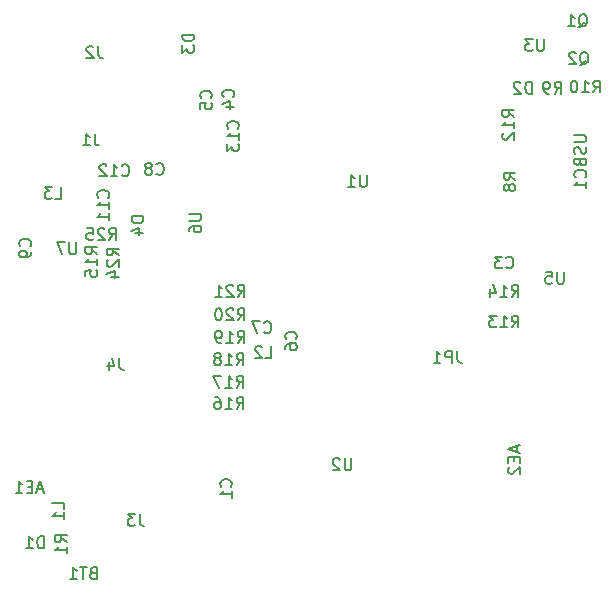
<source format=gbr>
%TF.GenerationSoftware,KiCad,Pcbnew,(6.0.0)*%
%TF.CreationDate,2022-09-29T22:13:06+02:00*%
%TF.ProjectId,bobbycar-lora-can-ethernet,626f6262-7963-4617-922d-6c6f72612d63,rev?*%
%TF.SameCoordinates,Original*%
%TF.FileFunction,Legend,Bot*%
%TF.FilePolarity,Positive*%
%FSLAX46Y46*%
G04 Gerber Fmt 4.6, Leading zero omitted, Abs format (unit mm)*
G04 Created by KiCad (PCBNEW (6.0.0)) date 2022-09-29 22:13:06*
%MOMM*%
%LPD*%
G01*
G04 APERTURE LIST*
%ADD10C,0.150000*%
G04 APERTURE END LIST*
D10*
%TO.C,L3*%
X3566666Y-16952380D02*
X4042857Y-16952380D01*
X4042857Y-15952380D01*
X3328571Y-15952380D02*
X2709523Y-15952380D01*
X3042857Y-16333333D01*
X2900000Y-16333333D01*
X2804761Y-16380952D01*
X2757142Y-16428571D01*
X2709523Y-16523809D01*
X2709523Y-16761904D01*
X2757142Y-16857142D01*
X2804761Y-16904761D01*
X2900000Y-16952380D01*
X3185714Y-16952380D01*
X3280952Y-16904761D01*
X3328571Y-16857142D01*
%TO.C,C11*%
X8057142Y-16857142D02*
X8104761Y-16809523D01*
X8152380Y-16666666D01*
X8152380Y-16571428D01*
X8104761Y-16428571D01*
X8009523Y-16333333D01*
X7914285Y-16285714D01*
X7723809Y-16238095D01*
X7580952Y-16238095D01*
X7390476Y-16285714D01*
X7295238Y-16333333D01*
X7200000Y-16428571D01*
X7152380Y-16571428D01*
X7152380Y-16666666D01*
X7200000Y-16809523D01*
X7247619Y-16857142D01*
X8152380Y-17809523D02*
X8152380Y-17238095D01*
X8152380Y-17523809D02*
X7152380Y-17523809D01*
X7295238Y-17428571D01*
X7390476Y-17333333D01*
X7438095Y-17238095D01*
X8152380Y-18761904D02*
X8152380Y-18190476D01*
X8152380Y-18476190D02*
X7152380Y-18476190D01*
X7295238Y-18380952D01*
X7390476Y-18285714D01*
X7438095Y-18190476D01*
%TO.C,D1*%
X2638095Y-46552380D02*
X2638095Y-45552380D01*
X2400000Y-45552380D01*
X2257142Y-45600000D01*
X2161904Y-45695238D01*
X2114285Y-45790476D01*
X2066666Y-45980952D01*
X2066666Y-46123809D01*
X2114285Y-46314285D01*
X2161904Y-46409523D01*
X2257142Y-46504761D01*
X2400000Y-46552380D01*
X2638095Y-46552380D01*
X1114285Y-46552380D02*
X1685714Y-46552380D01*
X1400000Y-46552380D02*
X1400000Y-45552380D01*
X1495238Y-45695238D01*
X1590476Y-45790476D01*
X1685714Y-45838095D01*
%TO.C,R14*%
X42242857Y-25252380D02*
X42576190Y-24776190D01*
X42814285Y-25252380D02*
X42814285Y-24252380D01*
X42433333Y-24252380D01*
X42338095Y-24300000D01*
X42290476Y-24347619D01*
X42242857Y-24442857D01*
X42242857Y-24585714D01*
X42290476Y-24680952D01*
X42338095Y-24728571D01*
X42433333Y-24776190D01*
X42814285Y-24776190D01*
X41290476Y-25252380D02*
X41861904Y-25252380D01*
X41576190Y-25252380D02*
X41576190Y-24252380D01*
X41671428Y-24395238D01*
X41766666Y-24490476D01*
X41861904Y-24538095D01*
X40433333Y-24585714D02*
X40433333Y-25252380D01*
X40671428Y-24204761D02*
X40909523Y-24919047D01*
X40290476Y-24919047D01*
%TO.C,R9*%
X45866666Y-8052380D02*
X46200000Y-7576190D01*
X46438095Y-8052380D02*
X46438095Y-7052380D01*
X46057142Y-7052380D01*
X45961904Y-7100000D01*
X45914285Y-7147619D01*
X45866666Y-7242857D01*
X45866666Y-7385714D01*
X45914285Y-7480952D01*
X45961904Y-7528571D01*
X46057142Y-7576190D01*
X46438095Y-7576190D01*
X45390476Y-8052380D02*
X45200000Y-8052380D01*
X45104761Y-8004761D01*
X45057142Y-7957142D01*
X44961904Y-7814285D01*
X44914285Y-7623809D01*
X44914285Y-7242857D01*
X44961904Y-7147619D01*
X45009523Y-7100000D01*
X45104761Y-7052380D01*
X45295238Y-7052380D01*
X45390476Y-7100000D01*
X45438095Y-7147619D01*
X45485714Y-7242857D01*
X45485714Y-7480952D01*
X45438095Y-7576190D01*
X45390476Y-7623809D01*
X45295238Y-7671428D01*
X45104761Y-7671428D01*
X45009523Y-7623809D01*
X44961904Y-7576190D01*
X44914285Y-7480952D01*
%TO.C,U5*%
X46661904Y-23152380D02*
X46661904Y-23961904D01*
X46614285Y-24057142D01*
X46566666Y-24104761D01*
X46471428Y-24152380D01*
X46280952Y-24152380D01*
X46185714Y-24104761D01*
X46138095Y-24057142D01*
X46090476Y-23961904D01*
X46090476Y-23152380D01*
X45138095Y-23152380D02*
X45614285Y-23152380D01*
X45661904Y-23628571D01*
X45614285Y-23580952D01*
X45519047Y-23533333D01*
X45280952Y-23533333D01*
X45185714Y-23580952D01*
X45138095Y-23628571D01*
X45090476Y-23723809D01*
X45090476Y-23961904D01*
X45138095Y-24057142D01*
X45185714Y-24104761D01*
X45280952Y-24152380D01*
X45519047Y-24152380D01*
X45614285Y-24104761D01*
X45661904Y-24057142D01*
%TO.C,C9*%
X1457142Y-20983333D02*
X1504761Y-20935714D01*
X1552380Y-20792857D01*
X1552380Y-20697619D01*
X1504761Y-20554761D01*
X1409523Y-20459523D01*
X1314285Y-20411904D01*
X1123809Y-20364285D01*
X980952Y-20364285D01*
X790476Y-20411904D01*
X695238Y-20459523D01*
X600000Y-20554761D01*
X552380Y-20697619D01*
X552380Y-20792857D01*
X600000Y-20935714D01*
X647619Y-20983333D01*
X1552380Y-21459523D02*
X1552380Y-21650000D01*
X1504761Y-21745238D01*
X1457142Y-21792857D01*
X1314285Y-21888095D01*
X1123809Y-21935714D01*
X742857Y-21935714D01*
X647619Y-21888095D01*
X600000Y-21840476D01*
X552380Y-21745238D01*
X552380Y-21554761D01*
X600000Y-21459523D01*
X647619Y-21411904D01*
X742857Y-21364285D01*
X980952Y-21364285D01*
X1076190Y-21411904D01*
X1123809Y-21459523D01*
X1171428Y-21554761D01*
X1171428Y-21745238D01*
X1123809Y-21840476D01*
X1076190Y-21888095D01*
X980952Y-21935714D01*
%TO.C,BT1*%
X6785714Y-48628571D02*
X6642857Y-48676190D01*
X6595238Y-48723809D01*
X6547619Y-48819047D01*
X6547619Y-48961904D01*
X6595238Y-49057142D01*
X6642857Y-49104761D01*
X6738095Y-49152380D01*
X7119047Y-49152380D01*
X7119047Y-48152380D01*
X6785714Y-48152380D01*
X6690476Y-48200000D01*
X6642857Y-48247619D01*
X6595238Y-48342857D01*
X6595238Y-48438095D01*
X6642857Y-48533333D01*
X6690476Y-48580952D01*
X6785714Y-48628571D01*
X7119047Y-48628571D01*
X6261904Y-48152380D02*
X5690476Y-48152380D01*
X5976190Y-49152380D02*
X5976190Y-48152380D01*
X4833333Y-49152380D02*
X5404761Y-49152380D01*
X5119047Y-49152380D02*
X5119047Y-48152380D01*
X5214285Y-48295238D01*
X5309523Y-48390476D01*
X5404761Y-48438095D01*
%TO.C,U2*%
X28661904Y-38952380D02*
X28661904Y-39761904D01*
X28614285Y-39857142D01*
X28566666Y-39904761D01*
X28471428Y-39952380D01*
X28280952Y-39952380D01*
X28185714Y-39904761D01*
X28138095Y-39857142D01*
X28090476Y-39761904D01*
X28090476Y-38952380D01*
X27661904Y-39047619D02*
X27614285Y-39000000D01*
X27519047Y-38952380D01*
X27280952Y-38952380D01*
X27185714Y-39000000D01*
X27138095Y-39047619D01*
X27090476Y-39142857D01*
X27090476Y-39238095D01*
X27138095Y-39380952D01*
X27709523Y-39952380D01*
X27090476Y-39952380D01*
%TO.C,R21*%
X19042857Y-25252380D02*
X19376190Y-24776190D01*
X19614285Y-25252380D02*
X19614285Y-24252380D01*
X19233333Y-24252380D01*
X19138095Y-24300000D01*
X19090476Y-24347619D01*
X19042857Y-24442857D01*
X19042857Y-24585714D01*
X19090476Y-24680952D01*
X19138095Y-24728571D01*
X19233333Y-24776190D01*
X19614285Y-24776190D01*
X18661904Y-24347619D02*
X18614285Y-24300000D01*
X18519047Y-24252380D01*
X18280952Y-24252380D01*
X18185714Y-24300000D01*
X18138095Y-24347619D01*
X18090476Y-24442857D01*
X18090476Y-24538095D01*
X18138095Y-24680952D01*
X18709523Y-25252380D01*
X18090476Y-25252380D01*
X17138095Y-25252380D02*
X17709523Y-25252380D01*
X17423809Y-25252380D02*
X17423809Y-24252380D01*
X17519047Y-24395238D01*
X17614285Y-24490476D01*
X17709523Y-24538095D01*
%TO.C,D3*%
X15352380Y-3061904D02*
X14352380Y-3061904D01*
X14352380Y-3300000D01*
X14400000Y-3442857D01*
X14495238Y-3538095D01*
X14590476Y-3585714D01*
X14780952Y-3633333D01*
X14923809Y-3633333D01*
X15114285Y-3585714D01*
X15209523Y-3538095D01*
X15304761Y-3442857D01*
X15352380Y-3300000D01*
X15352380Y-3061904D01*
X14352380Y-3966666D02*
X14352380Y-4585714D01*
X14733333Y-4252380D01*
X14733333Y-4395238D01*
X14780952Y-4490476D01*
X14828571Y-4538095D01*
X14923809Y-4585714D01*
X15161904Y-4585714D01*
X15257142Y-4538095D01*
X15304761Y-4490476D01*
X15352380Y-4395238D01*
X15352380Y-4109523D01*
X15304761Y-4014285D01*
X15257142Y-3966666D01*
%TO.C,C4*%
X18657142Y-8333333D02*
X18704761Y-8285714D01*
X18752380Y-8142857D01*
X18752380Y-8047619D01*
X18704761Y-7904761D01*
X18609523Y-7809523D01*
X18514285Y-7761904D01*
X18323809Y-7714285D01*
X18180952Y-7714285D01*
X17990476Y-7761904D01*
X17895238Y-7809523D01*
X17800000Y-7904761D01*
X17752380Y-8047619D01*
X17752380Y-8142857D01*
X17800000Y-8285714D01*
X17847619Y-8333333D01*
X18085714Y-9190476D02*
X18752380Y-9190476D01*
X17704761Y-8952380D02*
X18419047Y-8714285D01*
X18419047Y-9333333D01*
%TO.C,L2*%
X21366666Y-30452380D02*
X21842857Y-30452380D01*
X21842857Y-29452380D01*
X21080952Y-29547619D02*
X21033333Y-29500000D01*
X20938095Y-29452380D01*
X20700000Y-29452380D01*
X20604761Y-29500000D01*
X20557142Y-29547619D01*
X20509523Y-29642857D01*
X20509523Y-29738095D01*
X20557142Y-29880952D01*
X21128571Y-30452380D01*
X20509523Y-30452380D01*
%TO.C,R10*%
X49142857Y-7952380D02*
X49476190Y-7476190D01*
X49714285Y-7952380D02*
X49714285Y-6952380D01*
X49333333Y-6952380D01*
X49238095Y-7000000D01*
X49190476Y-7047619D01*
X49142857Y-7142857D01*
X49142857Y-7285714D01*
X49190476Y-7380952D01*
X49238095Y-7428571D01*
X49333333Y-7476190D01*
X49714285Y-7476190D01*
X48190476Y-7952380D02*
X48761904Y-7952380D01*
X48476190Y-7952380D02*
X48476190Y-6952380D01*
X48571428Y-7095238D01*
X48666666Y-7190476D01*
X48761904Y-7238095D01*
X47571428Y-6952380D02*
X47476190Y-6952380D01*
X47380952Y-7000000D01*
X47333333Y-7047619D01*
X47285714Y-7142857D01*
X47238095Y-7333333D01*
X47238095Y-7571428D01*
X47285714Y-7761904D01*
X47333333Y-7857142D01*
X47380952Y-7904761D01*
X47476190Y-7952380D01*
X47571428Y-7952380D01*
X47666666Y-7904761D01*
X47714285Y-7857142D01*
X47761904Y-7761904D01*
X47809523Y-7571428D01*
X47809523Y-7333333D01*
X47761904Y-7142857D01*
X47714285Y-7047619D01*
X47666666Y-7000000D01*
X47571428Y-6952380D01*
%TO.C,U1*%
X29961904Y-14952380D02*
X29961904Y-15761904D01*
X29914285Y-15857142D01*
X29866666Y-15904761D01*
X29771428Y-15952380D01*
X29580952Y-15952380D01*
X29485714Y-15904761D01*
X29438095Y-15857142D01*
X29390476Y-15761904D01*
X29390476Y-14952380D01*
X28390476Y-15952380D02*
X28961904Y-15952380D01*
X28676190Y-15952380D02*
X28676190Y-14952380D01*
X28771428Y-15095238D01*
X28866666Y-15190476D01*
X28961904Y-15238095D01*
%TO.C,U6*%
X14952380Y-18238095D02*
X15761904Y-18238095D01*
X15857142Y-18285714D01*
X15904761Y-18333333D01*
X15952380Y-18428571D01*
X15952380Y-18619047D01*
X15904761Y-18714285D01*
X15857142Y-18761904D01*
X15761904Y-18809523D01*
X14952380Y-18809523D01*
X14952380Y-19714285D02*
X14952380Y-19523809D01*
X15000000Y-19428571D01*
X15047619Y-19380952D01*
X15190476Y-19285714D01*
X15380952Y-19238095D01*
X15761904Y-19238095D01*
X15857142Y-19285714D01*
X15904761Y-19333333D01*
X15952380Y-19428571D01*
X15952380Y-19619047D01*
X15904761Y-19714285D01*
X15857142Y-19761904D01*
X15761904Y-19809523D01*
X15523809Y-19809523D01*
X15428571Y-19761904D01*
X15380952Y-19714285D01*
X15333333Y-19619047D01*
X15333333Y-19428571D01*
X15380952Y-19333333D01*
X15428571Y-19285714D01*
X15523809Y-19238095D01*
%TO.C,C5*%
X16757142Y-8433333D02*
X16804761Y-8385714D01*
X16852380Y-8242857D01*
X16852380Y-8147619D01*
X16804761Y-8004761D01*
X16709523Y-7909523D01*
X16614285Y-7861904D01*
X16423809Y-7814285D01*
X16280952Y-7814285D01*
X16090476Y-7861904D01*
X15995238Y-7909523D01*
X15900000Y-8004761D01*
X15852380Y-8147619D01*
X15852380Y-8242857D01*
X15900000Y-8385714D01*
X15947619Y-8433333D01*
X15852380Y-9338095D02*
X15852380Y-8861904D01*
X16328571Y-8814285D01*
X16280952Y-8861904D01*
X16233333Y-8957142D01*
X16233333Y-9195238D01*
X16280952Y-9290476D01*
X16328571Y-9338095D01*
X16423809Y-9385714D01*
X16661904Y-9385714D01*
X16757142Y-9338095D01*
X16804761Y-9290476D01*
X16852380Y-9195238D01*
X16852380Y-8957142D01*
X16804761Y-8861904D01*
X16757142Y-8814285D01*
%TO.C,R25*%
X8142857Y-20452380D02*
X8476190Y-19976190D01*
X8714285Y-20452380D02*
X8714285Y-19452380D01*
X8333333Y-19452380D01*
X8238095Y-19500000D01*
X8190476Y-19547619D01*
X8142857Y-19642857D01*
X8142857Y-19785714D01*
X8190476Y-19880952D01*
X8238095Y-19928571D01*
X8333333Y-19976190D01*
X8714285Y-19976190D01*
X7761904Y-19547619D02*
X7714285Y-19500000D01*
X7619047Y-19452380D01*
X7380952Y-19452380D01*
X7285714Y-19500000D01*
X7238095Y-19547619D01*
X7190476Y-19642857D01*
X7190476Y-19738095D01*
X7238095Y-19880952D01*
X7809523Y-20452380D01*
X7190476Y-20452380D01*
X6285714Y-19452380D02*
X6761904Y-19452380D01*
X6809523Y-19928571D01*
X6761904Y-19880952D01*
X6666666Y-19833333D01*
X6428571Y-19833333D01*
X6333333Y-19880952D01*
X6285714Y-19928571D01*
X6238095Y-20023809D01*
X6238095Y-20261904D01*
X6285714Y-20357142D01*
X6333333Y-20404761D01*
X6428571Y-20452380D01*
X6666666Y-20452380D01*
X6761904Y-20404761D01*
X6809523Y-20357142D01*
%TO.C,R16*%
X18942857Y-34752380D02*
X19276190Y-34276190D01*
X19514285Y-34752380D02*
X19514285Y-33752380D01*
X19133333Y-33752380D01*
X19038095Y-33800000D01*
X18990476Y-33847619D01*
X18942857Y-33942857D01*
X18942857Y-34085714D01*
X18990476Y-34180952D01*
X19038095Y-34228571D01*
X19133333Y-34276190D01*
X19514285Y-34276190D01*
X17990476Y-34752380D02*
X18561904Y-34752380D01*
X18276190Y-34752380D02*
X18276190Y-33752380D01*
X18371428Y-33895238D01*
X18466666Y-33990476D01*
X18561904Y-34038095D01*
X17133333Y-33752380D02*
X17323809Y-33752380D01*
X17419047Y-33800000D01*
X17466666Y-33847619D01*
X17561904Y-33990476D01*
X17609523Y-34180952D01*
X17609523Y-34561904D01*
X17561904Y-34657142D01*
X17514285Y-34704761D01*
X17419047Y-34752380D01*
X17228571Y-34752380D01*
X17133333Y-34704761D01*
X17085714Y-34657142D01*
X17038095Y-34561904D01*
X17038095Y-34323809D01*
X17085714Y-34228571D01*
X17133333Y-34180952D01*
X17228571Y-34133333D01*
X17419047Y-34133333D01*
X17514285Y-34180952D01*
X17561904Y-34228571D01*
X17609523Y-34323809D01*
%TO.C,R8*%
X42552380Y-15333333D02*
X42076190Y-15000000D01*
X42552380Y-14761904D02*
X41552380Y-14761904D01*
X41552380Y-15142857D01*
X41600000Y-15238095D01*
X41647619Y-15285714D01*
X41742857Y-15333333D01*
X41885714Y-15333333D01*
X41980952Y-15285714D01*
X42028571Y-15238095D01*
X42076190Y-15142857D01*
X42076190Y-14761904D01*
X41980952Y-15904761D02*
X41933333Y-15809523D01*
X41885714Y-15761904D01*
X41790476Y-15714285D01*
X41742857Y-15714285D01*
X41647619Y-15761904D01*
X41600000Y-15809523D01*
X41552380Y-15904761D01*
X41552380Y-16095238D01*
X41600000Y-16190476D01*
X41647619Y-16238095D01*
X41742857Y-16285714D01*
X41790476Y-16285714D01*
X41885714Y-16238095D01*
X41933333Y-16190476D01*
X41980952Y-16095238D01*
X41980952Y-15904761D01*
X42028571Y-15809523D01*
X42076190Y-15761904D01*
X42171428Y-15714285D01*
X42361904Y-15714285D01*
X42457142Y-15761904D01*
X42504761Y-15809523D01*
X42552380Y-15904761D01*
X42552380Y-16095238D01*
X42504761Y-16190476D01*
X42457142Y-16238095D01*
X42361904Y-16285714D01*
X42171428Y-16285714D01*
X42076190Y-16238095D01*
X42028571Y-16190476D01*
X41980952Y-16095238D01*
%TO.C,R13*%
X42242857Y-27852380D02*
X42576190Y-27376190D01*
X42814285Y-27852380D02*
X42814285Y-26852380D01*
X42433333Y-26852380D01*
X42338095Y-26900000D01*
X42290476Y-26947619D01*
X42242857Y-27042857D01*
X42242857Y-27185714D01*
X42290476Y-27280952D01*
X42338095Y-27328571D01*
X42433333Y-27376190D01*
X42814285Y-27376190D01*
X41290476Y-27852380D02*
X41861904Y-27852380D01*
X41576190Y-27852380D02*
X41576190Y-26852380D01*
X41671428Y-26995238D01*
X41766666Y-27090476D01*
X41861904Y-27138095D01*
X40957142Y-26852380D02*
X40338095Y-26852380D01*
X40671428Y-27233333D01*
X40528571Y-27233333D01*
X40433333Y-27280952D01*
X40385714Y-27328571D01*
X40338095Y-27423809D01*
X40338095Y-27661904D01*
X40385714Y-27757142D01*
X40433333Y-27804761D01*
X40528571Y-27852380D01*
X40814285Y-27852380D01*
X40909523Y-27804761D01*
X40957142Y-27757142D01*
%TO.C,C1*%
X18457142Y-41333333D02*
X18504761Y-41285714D01*
X18552380Y-41142857D01*
X18552380Y-41047619D01*
X18504761Y-40904761D01*
X18409523Y-40809523D01*
X18314285Y-40761904D01*
X18123809Y-40714285D01*
X17980952Y-40714285D01*
X17790476Y-40761904D01*
X17695238Y-40809523D01*
X17600000Y-40904761D01*
X17552380Y-41047619D01*
X17552380Y-41142857D01*
X17600000Y-41285714D01*
X17647619Y-41333333D01*
X18552380Y-42285714D02*
X18552380Y-41714285D01*
X18552380Y-42000000D02*
X17552380Y-42000000D01*
X17695238Y-41904761D01*
X17790476Y-41809523D01*
X17838095Y-41714285D01*
%TO.C,R15*%
X7152380Y-21657142D02*
X6676190Y-21323809D01*
X7152380Y-21085714D02*
X6152380Y-21085714D01*
X6152380Y-21466666D01*
X6200000Y-21561904D01*
X6247619Y-21609523D01*
X6342857Y-21657142D01*
X6485714Y-21657142D01*
X6580952Y-21609523D01*
X6628571Y-21561904D01*
X6676190Y-21466666D01*
X6676190Y-21085714D01*
X7152380Y-22609523D02*
X7152380Y-22038095D01*
X7152380Y-22323809D02*
X6152380Y-22323809D01*
X6295238Y-22228571D01*
X6390476Y-22133333D01*
X6438095Y-22038095D01*
X6152380Y-23514285D02*
X6152380Y-23038095D01*
X6628571Y-22990476D01*
X6580952Y-23038095D01*
X6533333Y-23133333D01*
X6533333Y-23371428D01*
X6580952Y-23466666D01*
X6628571Y-23514285D01*
X6723809Y-23561904D01*
X6961904Y-23561904D01*
X7057142Y-23514285D01*
X7104761Y-23466666D01*
X7152380Y-23371428D01*
X7152380Y-23133333D01*
X7104761Y-23038095D01*
X7057142Y-22990476D01*
%TO.C,D2*%
X43938095Y-8052380D02*
X43938095Y-7052380D01*
X43700000Y-7052380D01*
X43557142Y-7100000D01*
X43461904Y-7195238D01*
X43414285Y-7290476D01*
X43366666Y-7480952D01*
X43366666Y-7623809D01*
X43414285Y-7814285D01*
X43461904Y-7909523D01*
X43557142Y-8004761D01*
X43700000Y-8052380D01*
X43938095Y-8052380D01*
X42985714Y-7147619D02*
X42938095Y-7100000D01*
X42842857Y-7052380D01*
X42604761Y-7052380D01*
X42509523Y-7100000D01*
X42461904Y-7147619D01*
X42414285Y-7242857D01*
X42414285Y-7338095D01*
X42461904Y-7480952D01*
X43033333Y-8052380D01*
X42414285Y-8052380D01*
%TO.C,R12*%
X42452380Y-10057142D02*
X41976190Y-9723809D01*
X42452380Y-9485714D02*
X41452380Y-9485714D01*
X41452380Y-9866666D01*
X41500000Y-9961904D01*
X41547619Y-10009523D01*
X41642857Y-10057142D01*
X41785714Y-10057142D01*
X41880952Y-10009523D01*
X41928571Y-9961904D01*
X41976190Y-9866666D01*
X41976190Y-9485714D01*
X42452380Y-11009523D02*
X42452380Y-10438095D01*
X42452380Y-10723809D02*
X41452380Y-10723809D01*
X41595238Y-10628571D01*
X41690476Y-10533333D01*
X41738095Y-10438095D01*
X41547619Y-11390476D02*
X41500000Y-11438095D01*
X41452380Y-11533333D01*
X41452380Y-11771428D01*
X41500000Y-11866666D01*
X41547619Y-11914285D01*
X41642857Y-11961904D01*
X41738095Y-11961904D01*
X41880952Y-11914285D01*
X42452380Y-11342857D01*
X42452380Y-11961904D01*
%TO.C,J3*%
X10733333Y-43652380D02*
X10733333Y-44366666D01*
X10780952Y-44509523D01*
X10876190Y-44604761D01*
X11019047Y-44652380D01*
X11114285Y-44652380D01*
X10352380Y-43652380D02*
X9733333Y-43652380D01*
X10066666Y-44033333D01*
X9923809Y-44033333D01*
X9828571Y-44080952D01*
X9780952Y-44128571D01*
X9733333Y-44223809D01*
X9733333Y-44461904D01*
X9780952Y-44557142D01*
X9828571Y-44604761D01*
X9923809Y-44652380D01*
X10209523Y-44652380D01*
X10304761Y-44604761D01*
X10352380Y-44557142D01*
%TO.C,R18*%
X18942857Y-31052380D02*
X19276190Y-30576190D01*
X19514285Y-31052380D02*
X19514285Y-30052380D01*
X19133333Y-30052380D01*
X19038095Y-30100000D01*
X18990476Y-30147619D01*
X18942857Y-30242857D01*
X18942857Y-30385714D01*
X18990476Y-30480952D01*
X19038095Y-30528571D01*
X19133333Y-30576190D01*
X19514285Y-30576190D01*
X17990476Y-31052380D02*
X18561904Y-31052380D01*
X18276190Y-31052380D02*
X18276190Y-30052380D01*
X18371428Y-30195238D01*
X18466666Y-30290476D01*
X18561904Y-30338095D01*
X17419047Y-30480952D02*
X17514285Y-30433333D01*
X17561904Y-30385714D01*
X17609523Y-30290476D01*
X17609523Y-30242857D01*
X17561904Y-30147619D01*
X17514285Y-30100000D01*
X17419047Y-30052380D01*
X17228571Y-30052380D01*
X17133333Y-30100000D01*
X17085714Y-30147619D01*
X17038095Y-30242857D01*
X17038095Y-30290476D01*
X17085714Y-30385714D01*
X17133333Y-30433333D01*
X17228571Y-30480952D01*
X17419047Y-30480952D01*
X17514285Y-30528571D01*
X17561904Y-30576190D01*
X17609523Y-30671428D01*
X17609523Y-30861904D01*
X17561904Y-30957142D01*
X17514285Y-31004761D01*
X17419047Y-31052380D01*
X17228571Y-31052380D01*
X17133333Y-31004761D01*
X17085714Y-30957142D01*
X17038095Y-30861904D01*
X17038095Y-30671428D01*
X17085714Y-30576190D01*
X17133333Y-30528571D01*
X17228571Y-30480952D01*
%TO.C,J2*%
X7233333Y-4052380D02*
X7233333Y-4766666D01*
X7280952Y-4909523D01*
X7376190Y-5004761D01*
X7519047Y-5052380D01*
X7614285Y-5052380D01*
X6804761Y-4147619D02*
X6757142Y-4100000D01*
X6661904Y-4052380D01*
X6423809Y-4052380D01*
X6328571Y-4100000D01*
X6280952Y-4147619D01*
X6233333Y-4242857D01*
X6233333Y-4338095D01*
X6280952Y-4480952D01*
X6852380Y-5052380D01*
X6233333Y-5052380D01*
%TO.C,U7*%
X5361904Y-20652380D02*
X5361904Y-21461904D01*
X5314285Y-21557142D01*
X5266666Y-21604761D01*
X5171428Y-21652380D01*
X4980952Y-21652380D01*
X4885714Y-21604761D01*
X4838095Y-21557142D01*
X4790476Y-21461904D01*
X4790476Y-20652380D01*
X4409523Y-20652380D02*
X3742857Y-20652380D01*
X4171428Y-21652380D01*
%TO.C,C3*%
X41766666Y-22757142D02*
X41814285Y-22804761D01*
X41957142Y-22852380D01*
X42052380Y-22852380D01*
X42195238Y-22804761D01*
X42290476Y-22709523D01*
X42338095Y-22614285D01*
X42385714Y-22423809D01*
X42385714Y-22280952D01*
X42338095Y-22090476D01*
X42290476Y-21995238D01*
X42195238Y-21900000D01*
X42052380Y-21852380D01*
X41957142Y-21852380D01*
X41814285Y-21900000D01*
X41766666Y-21947619D01*
X41433333Y-21852380D02*
X40814285Y-21852380D01*
X41147619Y-22233333D01*
X41004761Y-22233333D01*
X40909523Y-22280952D01*
X40861904Y-22328571D01*
X40814285Y-22423809D01*
X40814285Y-22661904D01*
X40861904Y-22757142D01*
X40909523Y-22804761D01*
X41004761Y-22852380D01*
X41290476Y-22852380D01*
X41385714Y-22804761D01*
X41433333Y-22757142D01*
%TO.C,AE1*%
X2566666Y-41566666D02*
X2090476Y-41566666D01*
X2661904Y-41852380D02*
X2328571Y-40852380D01*
X1995238Y-41852380D01*
X1661904Y-41328571D02*
X1328571Y-41328571D01*
X1185714Y-41852380D02*
X1661904Y-41852380D01*
X1661904Y-40852380D01*
X1185714Y-40852380D01*
X233333Y-41852380D02*
X804761Y-41852380D01*
X519047Y-41852380D02*
X519047Y-40852380D01*
X614285Y-40995238D01*
X709523Y-41090476D01*
X804761Y-41138095D01*
%TO.C,R19*%
X19042857Y-29152380D02*
X19376190Y-28676190D01*
X19614285Y-29152380D02*
X19614285Y-28152380D01*
X19233333Y-28152380D01*
X19138095Y-28200000D01*
X19090476Y-28247619D01*
X19042857Y-28342857D01*
X19042857Y-28485714D01*
X19090476Y-28580952D01*
X19138095Y-28628571D01*
X19233333Y-28676190D01*
X19614285Y-28676190D01*
X18090476Y-29152380D02*
X18661904Y-29152380D01*
X18376190Y-29152380D02*
X18376190Y-28152380D01*
X18471428Y-28295238D01*
X18566666Y-28390476D01*
X18661904Y-28438095D01*
X17614285Y-29152380D02*
X17423809Y-29152380D01*
X17328571Y-29104761D01*
X17280952Y-29057142D01*
X17185714Y-28914285D01*
X17138095Y-28723809D01*
X17138095Y-28342857D01*
X17185714Y-28247619D01*
X17233333Y-28200000D01*
X17328571Y-28152380D01*
X17519047Y-28152380D01*
X17614285Y-28200000D01*
X17661904Y-28247619D01*
X17709523Y-28342857D01*
X17709523Y-28580952D01*
X17661904Y-28676190D01*
X17614285Y-28723809D01*
X17519047Y-28771428D01*
X17328571Y-28771428D01*
X17233333Y-28723809D01*
X17185714Y-28676190D01*
X17138095Y-28580952D01*
%TO.C,D4*%
X11052380Y-18461904D02*
X10052380Y-18461904D01*
X10052380Y-18700000D01*
X10100000Y-18842857D01*
X10195238Y-18938095D01*
X10290476Y-18985714D01*
X10480952Y-19033333D01*
X10623809Y-19033333D01*
X10814285Y-18985714D01*
X10909523Y-18938095D01*
X11004761Y-18842857D01*
X11052380Y-18700000D01*
X11052380Y-18461904D01*
X10385714Y-19890476D02*
X11052380Y-19890476D01*
X10004761Y-19652380D02*
X10719047Y-19414285D01*
X10719047Y-20033333D01*
%TO.C,JP1*%
X37633333Y-29852380D02*
X37633333Y-30566666D01*
X37680952Y-30709523D01*
X37776190Y-30804761D01*
X37919047Y-30852380D01*
X38014285Y-30852380D01*
X37157142Y-30852380D02*
X37157142Y-29852380D01*
X36776190Y-29852380D01*
X36680952Y-29900000D01*
X36633333Y-29947619D01*
X36585714Y-30042857D01*
X36585714Y-30185714D01*
X36633333Y-30280952D01*
X36680952Y-30328571D01*
X36776190Y-30376190D01*
X37157142Y-30376190D01*
X35633333Y-30852380D02*
X36204761Y-30852380D01*
X35919047Y-30852380D02*
X35919047Y-29852380D01*
X36014285Y-29995238D01*
X36109523Y-30090476D01*
X36204761Y-30138095D01*
%TO.C,C13*%
X19057142Y-11016562D02*
X19104761Y-10968943D01*
X19152380Y-10826086D01*
X19152380Y-10730848D01*
X19104761Y-10587991D01*
X19009523Y-10492753D01*
X18914285Y-10445134D01*
X18723809Y-10397515D01*
X18580952Y-10397515D01*
X18390476Y-10445134D01*
X18295238Y-10492753D01*
X18200000Y-10587991D01*
X18152380Y-10730848D01*
X18152380Y-10826086D01*
X18200000Y-10968943D01*
X18247619Y-11016562D01*
X19152380Y-11968943D02*
X19152380Y-11397515D01*
X19152380Y-11683229D02*
X18152380Y-11683229D01*
X18295238Y-11587991D01*
X18390476Y-11492753D01*
X18438095Y-11397515D01*
X18152380Y-12302277D02*
X18152380Y-12921324D01*
X18533333Y-12587991D01*
X18533333Y-12730848D01*
X18580952Y-12826086D01*
X18628571Y-12873705D01*
X18723809Y-12921324D01*
X18961904Y-12921324D01*
X19057142Y-12873705D01*
X19104761Y-12826086D01*
X19152380Y-12730848D01*
X19152380Y-12445134D01*
X19104761Y-12349896D01*
X19057142Y-12302277D01*
%TO.C,J4*%
X9033333Y-30452380D02*
X9033333Y-31166666D01*
X9080952Y-31309523D01*
X9176190Y-31404761D01*
X9319047Y-31452380D01*
X9414285Y-31452380D01*
X8128571Y-30785714D02*
X8128571Y-31452380D01*
X8366666Y-30404761D02*
X8604761Y-31119047D01*
X7985714Y-31119047D01*
%TO.C,R17*%
X18942857Y-32952380D02*
X19276190Y-32476190D01*
X19514285Y-32952380D02*
X19514285Y-31952380D01*
X19133333Y-31952380D01*
X19038095Y-32000000D01*
X18990476Y-32047619D01*
X18942857Y-32142857D01*
X18942857Y-32285714D01*
X18990476Y-32380952D01*
X19038095Y-32428571D01*
X19133333Y-32476190D01*
X19514285Y-32476190D01*
X17990476Y-32952380D02*
X18561904Y-32952380D01*
X18276190Y-32952380D02*
X18276190Y-31952380D01*
X18371428Y-32095238D01*
X18466666Y-32190476D01*
X18561904Y-32238095D01*
X17657142Y-31952380D02*
X16990476Y-31952380D01*
X17419047Y-32952380D01*
%TO.C,J1*%
X6933333Y-11452380D02*
X6933333Y-12166666D01*
X6980952Y-12309523D01*
X7076190Y-12404761D01*
X7219047Y-12452380D01*
X7314285Y-12452380D01*
X5933333Y-12452380D02*
X6504761Y-12452380D01*
X6219047Y-12452380D02*
X6219047Y-11452380D01*
X6314285Y-11595238D01*
X6409523Y-11690476D01*
X6504761Y-11738095D01*
%TO.C,C6*%
X23957142Y-28833333D02*
X24004761Y-28785714D01*
X24052380Y-28642857D01*
X24052380Y-28547619D01*
X24004761Y-28404761D01*
X23909523Y-28309523D01*
X23814285Y-28261904D01*
X23623809Y-28214285D01*
X23480952Y-28214285D01*
X23290476Y-28261904D01*
X23195238Y-28309523D01*
X23100000Y-28404761D01*
X23052380Y-28547619D01*
X23052380Y-28642857D01*
X23100000Y-28785714D01*
X23147619Y-28833333D01*
X23052380Y-29690476D02*
X23052380Y-29500000D01*
X23100000Y-29404761D01*
X23147619Y-29357142D01*
X23290476Y-29261904D01*
X23480952Y-29214285D01*
X23861904Y-29214285D01*
X23957142Y-29261904D01*
X24004761Y-29309523D01*
X24052380Y-29404761D01*
X24052380Y-29595238D01*
X24004761Y-29690476D01*
X23957142Y-29738095D01*
X23861904Y-29785714D01*
X23623809Y-29785714D01*
X23528571Y-29738095D01*
X23480952Y-29690476D01*
X23433333Y-29595238D01*
X23433333Y-29404761D01*
X23480952Y-29309523D01*
X23528571Y-29261904D01*
X23623809Y-29214285D01*
%TO.C,AE2*%
X42666666Y-37933333D02*
X42666666Y-38409523D01*
X42952380Y-37838095D02*
X41952380Y-38171428D01*
X42952380Y-38504761D01*
X42428571Y-38838095D02*
X42428571Y-39171428D01*
X42952380Y-39314285D02*
X42952380Y-38838095D01*
X41952380Y-38838095D01*
X41952380Y-39314285D01*
X42047619Y-39695238D02*
X42000000Y-39742857D01*
X41952380Y-39838095D01*
X41952380Y-40076190D01*
X42000000Y-40171428D01*
X42047619Y-40219047D01*
X42142857Y-40266666D01*
X42238095Y-40266666D01*
X42380952Y-40219047D01*
X42952380Y-39647619D01*
X42952380Y-40266666D01*
%TO.C,R1*%
X4552380Y-46033333D02*
X4076190Y-45700000D01*
X4552380Y-45461904D02*
X3552380Y-45461904D01*
X3552380Y-45842857D01*
X3600000Y-45938095D01*
X3647619Y-45985714D01*
X3742857Y-46033333D01*
X3885714Y-46033333D01*
X3980952Y-45985714D01*
X4028571Y-45938095D01*
X4076190Y-45842857D01*
X4076190Y-45461904D01*
X4552380Y-46985714D02*
X4552380Y-46414285D01*
X4552380Y-46700000D02*
X3552380Y-46700000D01*
X3695238Y-46604761D01*
X3790476Y-46509523D01*
X3838095Y-46414285D01*
%TO.C,Q2*%
X47995238Y-5647619D02*
X48090476Y-5600000D01*
X48185714Y-5504761D01*
X48328571Y-5361904D01*
X48423809Y-5314285D01*
X48519047Y-5314285D01*
X48471428Y-5552380D02*
X48566666Y-5504761D01*
X48661904Y-5409523D01*
X48709523Y-5219047D01*
X48709523Y-4885714D01*
X48661904Y-4695238D01*
X48566666Y-4600000D01*
X48471428Y-4552380D01*
X48280952Y-4552380D01*
X48185714Y-4600000D01*
X48090476Y-4695238D01*
X48042857Y-4885714D01*
X48042857Y-5219047D01*
X48090476Y-5409523D01*
X48185714Y-5504761D01*
X48280952Y-5552380D01*
X48471428Y-5552380D01*
X47661904Y-4647619D02*
X47614285Y-4600000D01*
X47519047Y-4552380D01*
X47280952Y-4552380D01*
X47185714Y-4600000D01*
X47138095Y-4647619D01*
X47090476Y-4742857D01*
X47090476Y-4838095D01*
X47138095Y-4980952D01*
X47709523Y-5552380D01*
X47090476Y-5552380D01*
%TO.C,L1*%
X4352380Y-43233333D02*
X4352380Y-42757142D01*
X3352380Y-42757142D01*
X4352380Y-44090476D02*
X4352380Y-43519047D01*
X4352380Y-43804761D02*
X3352380Y-43804761D01*
X3495238Y-43709523D01*
X3590476Y-43614285D01*
X3638095Y-43519047D01*
%TO.C,Q1*%
X47895238Y-2447619D02*
X47990476Y-2400000D01*
X48085714Y-2304761D01*
X48228571Y-2161904D01*
X48323809Y-2114285D01*
X48419047Y-2114285D01*
X48371428Y-2352380D02*
X48466666Y-2304761D01*
X48561904Y-2209523D01*
X48609523Y-2019047D01*
X48609523Y-1685714D01*
X48561904Y-1495238D01*
X48466666Y-1400000D01*
X48371428Y-1352380D01*
X48180952Y-1352380D01*
X48085714Y-1400000D01*
X47990476Y-1495238D01*
X47942857Y-1685714D01*
X47942857Y-2019047D01*
X47990476Y-2209523D01*
X48085714Y-2304761D01*
X48180952Y-2352380D01*
X48371428Y-2352380D01*
X46990476Y-2352380D02*
X47561904Y-2352380D01*
X47276190Y-2352380D02*
X47276190Y-1352380D01*
X47371428Y-1495238D01*
X47466666Y-1590476D01*
X47561904Y-1638095D01*
%TO.C,C12*%
X9242857Y-14957142D02*
X9290476Y-15004761D01*
X9433333Y-15052380D01*
X9528571Y-15052380D01*
X9671428Y-15004761D01*
X9766666Y-14909523D01*
X9814285Y-14814285D01*
X9861904Y-14623809D01*
X9861904Y-14480952D01*
X9814285Y-14290476D01*
X9766666Y-14195238D01*
X9671428Y-14100000D01*
X9528571Y-14052380D01*
X9433333Y-14052380D01*
X9290476Y-14100000D01*
X9242857Y-14147619D01*
X8290476Y-15052380D02*
X8861904Y-15052380D01*
X8576190Y-15052380D02*
X8576190Y-14052380D01*
X8671428Y-14195238D01*
X8766666Y-14290476D01*
X8861904Y-14338095D01*
X7909523Y-14147619D02*
X7861904Y-14100000D01*
X7766666Y-14052380D01*
X7528571Y-14052380D01*
X7433333Y-14100000D01*
X7385714Y-14147619D01*
X7338095Y-14242857D01*
X7338095Y-14338095D01*
X7385714Y-14480952D01*
X7957142Y-15052380D01*
X7338095Y-15052380D01*
%TO.C,R24*%
X8952380Y-21757142D02*
X8476190Y-21423809D01*
X8952380Y-21185714D02*
X7952380Y-21185714D01*
X7952380Y-21566666D01*
X8000000Y-21661904D01*
X8047619Y-21709523D01*
X8142857Y-21757142D01*
X8285714Y-21757142D01*
X8380952Y-21709523D01*
X8428571Y-21661904D01*
X8476190Y-21566666D01*
X8476190Y-21185714D01*
X8047619Y-22138095D02*
X8000000Y-22185714D01*
X7952380Y-22280952D01*
X7952380Y-22519047D01*
X8000000Y-22614285D01*
X8047619Y-22661904D01*
X8142857Y-22709523D01*
X8238095Y-22709523D01*
X8380952Y-22661904D01*
X8952380Y-22090476D01*
X8952380Y-22709523D01*
X8285714Y-23566666D02*
X8952380Y-23566666D01*
X7904761Y-23328571D02*
X8619047Y-23090476D01*
X8619047Y-23709523D01*
%TO.C,R20*%
X19042857Y-27252380D02*
X19376190Y-26776190D01*
X19614285Y-27252380D02*
X19614285Y-26252380D01*
X19233333Y-26252380D01*
X19138095Y-26300000D01*
X19090476Y-26347619D01*
X19042857Y-26442857D01*
X19042857Y-26585714D01*
X19090476Y-26680952D01*
X19138095Y-26728571D01*
X19233333Y-26776190D01*
X19614285Y-26776190D01*
X18661904Y-26347619D02*
X18614285Y-26300000D01*
X18519047Y-26252380D01*
X18280952Y-26252380D01*
X18185714Y-26300000D01*
X18138095Y-26347619D01*
X18090476Y-26442857D01*
X18090476Y-26538095D01*
X18138095Y-26680952D01*
X18709523Y-27252380D01*
X18090476Y-27252380D01*
X17471428Y-26252380D02*
X17376190Y-26252380D01*
X17280952Y-26300000D01*
X17233333Y-26347619D01*
X17185714Y-26442857D01*
X17138095Y-26633333D01*
X17138095Y-26871428D01*
X17185714Y-27061904D01*
X17233333Y-27157142D01*
X17280952Y-27204761D01*
X17376190Y-27252380D01*
X17471428Y-27252380D01*
X17566666Y-27204761D01*
X17614285Y-27157142D01*
X17661904Y-27061904D01*
X17709523Y-26871428D01*
X17709523Y-26633333D01*
X17661904Y-26442857D01*
X17614285Y-26347619D01*
X17566666Y-26300000D01*
X17471428Y-26252380D01*
%TO.C,USBC1*%
X47552380Y-11561904D02*
X48361904Y-11561904D01*
X48457142Y-11609523D01*
X48504761Y-11657142D01*
X48552380Y-11752380D01*
X48552380Y-11942857D01*
X48504761Y-12038095D01*
X48457142Y-12085714D01*
X48361904Y-12133333D01*
X47552380Y-12133333D01*
X48504761Y-12561904D02*
X48552380Y-12704761D01*
X48552380Y-12942857D01*
X48504761Y-13038095D01*
X48457142Y-13085714D01*
X48361904Y-13133333D01*
X48266666Y-13133333D01*
X48171428Y-13085714D01*
X48123809Y-13038095D01*
X48076190Y-12942857D01*
X48028571Y-12752380D01*
X47980952Y-12657142D01*
X47933333Y-12609523D01*
X47838095Y-12561904D01*
X47742857Y-12561904D01*
X47647619Y-12609523D01*
X47600000Y-12657142D01*
X47552380Y-12752380D01*
X47552380Y-12990476D01*
X47600000Y-13133333D01*
X48028571Y-13895238D02*
X48076190Y-14038095D01*
X48123809Y-14085714D01*
X48219047Y-14133333D01*
X48361904Y-14133333D01*
X48457142Y-14085714D01*
X48504761Y-14038095D01*
X48552380Y-13942857D01*
X48552380Y-13561904D01*
X47552380Y-13561904D01*
X47552380Y-13895238D01*
X47600000Y-13990476D01*
X47647619Y-14038095D01*
X47742857Y-14085714D01*
X47838095Y-14085714D01*
X47933333Y-14038095D01*
X47980952Y-13990476D01*
X48028571Y-13895238D01*
X48028571Y-13561904D01*
X48457142Y-15133333D02*
X48504761Y-15085714D01*
X48552380Y-14942857D01*
X48552380Y-14847619D01*
X48504761Y-14704761D01*
X48409523Y-14609523D01*
X48314285Y-14561904D01*
X48123809Y-14514285D01*
X47980952Y-14514285D01*
X47790476Y-14561904D01*
X47695238Y-14609523D01*
X47600000Y-14704761D01*
X47552380Y-14847619D01*
X47552380Y-14942857D01*
X47600000Y-15085714D01*
X47647619Y-15133333D01*
X48552380Y-16085714D02*
X48552380Y-15514285D01*
X48552380Y-15800000D02*
X47552380Y-15800000D01*
X47695238Y-15704761D01*
X47790476Y-15609523D01*
X47838095Y-15514285D01*
%TO.C,U3*%
X44961904Y-3452380D02*
X44961904Y-4261904D01*
X44914285Y-4357142D01*
X44866666Y-4404761D01*
X44771428Y-4452380D01*
X44580952Y-4452380D01*
X44485714Y-4404761D01*
X44438095Y-4357142D01*
X44390476Y-4261904D01*
X44390476Y-3452380D01*
X44009523Y-3452380D02*
X43390476Y-3452380D01*
X43723809Y-3833333D01*
X43580952Y-3833333D01*
X43485714Y-3880952D01*
X43438095Y-3928571D01*
X43390476Y-4023809D01*
X43390476Y-4261904D01*
X43438095Y-4357142D01*
X43485714Y-4404761D01*
X43580952Y-4452380D01*
X43866666Y-4452380D01*
X43961904Y-4404761D01*
X44009523Y-4357142D01*
%TO.C,C8*%
X12166666Y-14857142D02*
X12214285Y-14904761D01*
X12357142Y-14952380D01*
X12452380Y-14952380D01*
X12595238Y-14904761D01*
X12690476Y-14809523D01*
X12738095Y-14714285D01*
X12785714Y-14523809D01*
X12785714Y-14380952D01*
X12738095Y-14190476D01*
X12690476Y-14095238D01*
X12595238Y-14000000D01*
X12452380Y-13952380D01*
X12357142Y-13952380D01*
X12214285Y-14000000D01*
X12166666Y-14047619D01*
X11595238Y-14380952D02*
X11690476Y-14333333D01*
X11738095Y-14285714D01*
X11785714Y-14190476D01*
X11785714Y-14142857D01*
X11738095Y-14047619D01*
X11690476Y-14000000D01*
X11595238Y-13952380D01*
X11404761Y-13952380D01*
X11309523Y-14000000D01*
X11261904Y-14047619D01*
X11214285Y-14142857D01*
X11214285Y-14190476D01*
X11261904Y-14285714D01*
X11309523Y-14333333D01*
X11404761Y-14380952D01*
X11595238Y-14380952D01*
X11690476Y-14428571D01*
X11738095Y-14476190D01*
X11785714Y-14571428D01*
X11785714Y-14761904D01*
X11738095Y-14857142D01*
X11690476Y-14904761D01*
X11595238Y-14952380D01*
X11404761Y-14952380D01*
X11309523Y-14904761D01*
X11261904Y-14857142D01*
X11214285Y-14761904D01*
X11214285Y-14571428D01*
X11261904Y-14476190D01*
X11309523Y-14428571D01*
X11404761Y-14380952D01*
%TO.C,C7*%
X21266666Y-28257142D02*
X21314285Y-28304761D01*
X21457142Y-28352380D01*
X21552380Y-28352380D01*
X21695238Y-28304761D01*
X21790476Y-28209523D01*
X21838095Y-28114285D01*
X21885714Y-27923809D01*
X21885714Y-27780952D01*
X21838095Y-27590476D01*
X21790476Y-27495238D01*
X21695238Y-27400000D01*
X21552380Y-27352380D01*
X21457142Y-27352380D01*
X21314285Y-27400000D01*
X21266666Y-27447619D01*
X20933333Y-27352380D02*
X20266666Y-27352380D01*
X20695238Y-28352380D01*
%TD*%
M02*

</source>
